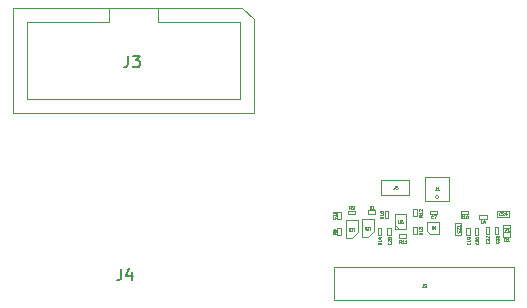
<source format=gbr>
%TF.GenerationSoftware,KiCad,Pcbnew,7.0.6*%
%TF.CreationDate,2023-09-10T10:28:08-04:00*%
%TF.ProjectId,headstage-neuropix1e,68656164-7374-4616-9765-2d6e6575726f,B*%
%TF.SameCoordinates,Original*%
%TF.FileFunction,AssemblyDrawing,Top*%
%FSLAX46Y46*%
G04 Gerber Fmt 4.6, Leading zero omitted, Abs format (unit mm)*
G04 Created by KiCad (PCBNEW 7.0.6) date 2023-09-10 10:28:08*
%MOMM*%
%LPD*%
G01*
G04 APERTURE LIST*
%ADD10C,0.040000*%
%ADD11C,0.150000*%
%ADD12C,0.100000*%
G04 APERTURE END LIST*
D10*
X142516667Y-96688574D02*
X142516667Y-96867146D01*
X142516667Y-96867146D02*
X142504762Y-96902860D01*
X142504762Y-96902860D02*
X142480953Y-96926670D01*
X142480953Y-96926670D02*
X142445238Y-96938574D01*
X142445238Y-96938574D02*
X142421429Y-96938574D01*
X142623810Y-96712384D02*
X142635714Y-96700479D01*
X142635714Y-96700479D02*
X142659524Y-96688574D01*
X142659524Y-96688574D02*
X142719048Y-96688574D01*
X142719048Y-96688574D02*
X142742857Y-96700479D01*
X142742857Y-96700479D02*
X142754762Y-96712384D01*
X142754762Y-96712384D02*
X142766667Y-96736193D01*
X142766667Y-96736193D02*
X142766667Y-96760003D01*
X142766667Y-96760003D02*
X142754762Y-96795717D01*
X142754762Y-96795717D02*
X142611905Y-96938574D01*
X142611905Y-96938574D02*
X142766667Y-96938574D01*
D11*
X116956666Y-95354819D02*
X116956666Y-96069104D01*
X116956666Y-96069104D02*
X116909047Y-96211961D01*
X116909047Y-96211961D02*
X116813809Y-96307200D01*
X116813809Y-96307200D02*
X116670952Y-96354819D01*
X116670952Y-96354819D02*
X116575714Y-96354819D01*
X117861428Y-95688152D02*
X117861428Y-96354819D01*
X117623333Y-95307200D02*
X117385238Y-96021485D01*
X117385238Y-96021485D02*
X118004285Y-96021485D01*
D10*
X138138333Y-90273574D02*
X138055000Y-90154527D01*
X137995476Y-90273574D02*
X137995476Y-90023574D01*
X137995476Y-90023574D02*
X138090714Y-90023574D01*
X138090714Y-90023574D02*
X138114524Y-90035479D01*
X138114524Y-90035479D02*
X138126429Y-90047384D01*
X138126429Y-90047384D02*
X138138333Y-90071193D01*
X138138333Y-90071193D02*
X138138333Y-90106908D01*
X138138333Y-90106908D02*
X138126429Y-90130717D01*
X138126429Y-90130717D02*
X138114524Y-90142622D01*
X138114524Y-90142622D02*
X138090714Y-90154527D01*
X138090714Y-90154527D02*
X137995476Y-90154527D01*
X138376429Y-90273574D02*
X138233572Y-90273574D01*
X138305000Y-90273574D02*
X138305000Y-90023574D01*
X138305000Y-90023574D02*
X138281191Y-90059289D01*
X138281191Y-90059289D02*
X138257381Y-90083098D01*
X138257381Y-90083098D02*
X138233572Y-90095003D01*
X146489765Y-93160714D02*
X146501670Y-93172618D01*
X146501670Y-93172618D02*
X146513574Y-93208333D01*
X146513574Y-93208333D02*
X146513574Y-93232142D01*
X146513574Y-93232142D02*
X146501670Y-93267856D01*
X146501670Y-93267856D02*
X146477860Y-93291666D01*
X146477860Y-93291666D02*
X146454050Y-93303571D01*
X146454050Y-93303571D02*
X146406431Y-93315475D01*
X146406431Y-93315475D02*
X146370717Y-93315475D01*
X146370717Y-93315475D02*
X146323098Y-93303571D01*
X146323098Y-93303571D02*
X146299289Y-93291666D01*
X146299289Y-93291666D02*
X146275479Y-93267856D01*
X146275479Y-93267856D02*
X146263574Y-93232142D01*
X146263574Y-93232142D02*
X146263574Y-93208333D01*
X146263574Y-93208333D02*
X146275479Y-93172618D01*
X146275479Y-93172618D02*
X146287384Y-93160714D01*
X146513574Y-92922618D02*
X146513574Y-93065475D01*
X146513574Y-92994047D02*
X146263574Y-92994047D01*
X146263574Y-92994047D02*
X146299289Y-93017856D01*
X146299289Y-93017856D02*
X146323098Y-93041666D01*
X146323098Y-93041666D02*
X146335003Y-93065475D01*
X146513574Y-92803571D02*
X146513574Y-92755952D01*
X146513574Y-92755952D02*
X146501670Y-92732142D01*
X146501670Y-92732142D02*
X146489765Y-92720238D01*
X146489765Y-92720238D02*
X146454050Y-92696428D01*
X146454050Y-92696428D02*
X146406431Y-92684523D01*
X146406431Y-92684523D02*
X146311193Y-92684523D01*
X146311193Y-92684523D02*
X146287384Y-92696428D01*
X146287384Y-92696428D02*
X146275479Y-92708333D01*
X146275479Y-92708333D02*
X146263574Y-92732142D01*
X146263574Y-92732142D02*
X146263574Y-92779761D01*
X146263574Y-92779761D02*
X146275479Y-92803571D01*
X146275479Y-92803571D02*
X146287384Y-92815476D01*
X146287384Y-92815476D02*
X146311193Y-92827380D01*
X146311193Y-92827380D02*
X146370717Y-92827380D01*
X146370717Y-92827380D02*
X146394527Y-92815476D01*
X146394527Y-92815476D02*
X146406431Y-92803571D01*
X146406431Y-92803571D02*
X146418336Y-92779761D01*
X146418336Y-92779761D02*
X146418336Y-92732142D01*
X146418336Y-92732142D02*
X146406431Y-92708333D01*
X146406431Y-92708333D02*
X146394527Y-92696428D01*
X146394527Y-92696428D02*
X146370717Y-92684523D01*
X140111667Y-88363574D02*
X140111667Y-88542146D01*
X140111667Y-88542146D02*
X140099762Y-88577860D01*
X140099762Y-88577860D02*
X140075953Y-88601670D01*
X140075953Y-88601670D02*
X140040238Y-88613574D01*
X140040238Y-88613574D02*
X140016429Y-88613574D01*
X140349762Y-88363574D02*
X140230714Y-88363574D01*
X140230714Y-88363574D02*
X140218810Y-88482622D01*
X140218810Y-88482622D02*
X140230714Y-88470717D01*
X140230714Y-88470717D02*
X140254524Y-88458812D01*
X140254524Y-88458812D02*
X140314048Y-88458812D01*
X140314048Y-88458812D02*
X140337857Y-88470717D01*
X140337857Y-88470717D02*
X140349762Y-88482622D01*
X140349762Y-88482622D02*
X140361667Y-88506431D01*
X140361667Y-88506431D02*
X140361667Y-88565955D01*
X140361667Y-88565955D02*
X140349762Y-88589765D01*
X140349762Y-88589765D02*
X140337857Y-88601670D01*
X140337857Y-88601670D02*
X140314048Y-88613574D01*
X140314048Y-88613574D02*
X140254524Y-88613574D01*
X140254524Y-88613574D02*
X140230714Y-88601670D01*
X140230714Y-88601670D02*
X140218810Y-88589765D01*
X143611667Y-88463574D02*
X143611667Y-88642146D01*
X143611667Y-88642146D02*
X143599762Y-88677860D01*
X143599762Y-88677860D02*
X143575953Y-88701670D01*
X143575953Y-88701670D02*
X143540238Y-88713574D01*
X143540238Y-88713574D02*
X143516429Y-88713574D01*
X143861667Y-88713574D02*
X143718810Y-88713574D01*
X143790238Y-88713574D02*
X143790238Y-88463574D01*
X143790238Y-88463574D02*
X143766429Y-88499289D01*
X143766429Y-88499289D02*
X143742619Y-88523098D01*
X143742619Y-88523098D02*
X143718810Y-88535003D01*
X139143574Y-90950714D02*
X139024527Y-91034047D01*
X139143574Y-91093571D02*
X138893574Y-91093571D01*
X138893574Y-91093571D02*
X138893574Y-90998333D01*
X138893574Y-90998333D02*
X138905479Y-90974523D01*
X138905479Y-90974523D02*
X138917384Y-90962618D01*
X138917384Y-90962618D02*
X138941193Y-90950714D01*
X138941193Y-90950714D02*
X138976908Y-90950714D01*
X138976908Y-90950714D02*
X139000717Y-90962618D01*
X139000717Y-90962618D02*
X139012622Y-90974523D01*
X139012622Y-90974523D02*
X139024527Y-90998333D01*
X139024527Y-90998333D02*
X139024527Y-91093571D01*
X139143574Y-90712618D02*
X139143574Y-90855475D01*
X139143574Y-90784047D02*
X138893574Y-90784047D01*
X138893574Y-90784047D02*
X138929289Y-90807856D01*
X138929289Y-90807856D02*
X138953098Y-90831666D01*
X138953098Y-90831666D02*
X138965003Y-90855475D01*
X138893574Y-90486428D02*
X138893574Y-90605476D01*
X138893574Y-90605476D02*
X139012622Y-90617380D01*
X139012622Y-90617380D02*
X139000717Y-90605476D01*
X139000717Y-90605476D02*
X138988812Y-90581666D01*
X138988812Y-90581666D02*
X138988812Y-90522142D01*
X138988812Y-90522142D02*
X139000717Y-90498333D01*
X139000717Y-90498333D02*
X139012622Y-90486428D01*
X139012622Y-90486428D02*
X139036431Y-90474523D01*
X139036431Y-90474523D02*
X139095955Y-90474523D01*
X139095955Y-90474523D02*
X139119765Y-90486428D01*
X139119765Y-90486428D02*
X139131670Y-90498333D01*
X139131670Y-90498333D02*
X139143574Y-90522142D01*
X139143574Y-90522142D02*
X139143574Y-90581666D01*
X139143574Y-90581666D02*
X139131670Y-90605476D01*
X139131670Y-90605476D02*
X139119765Y-90617380D01*
X142413574Y-90810714D02*
X142294527Y-90894047D01*
X142413574Y-90953571D02*
X142163574Y-90953571D01*
X142163574Y-90953571D02*
X142163574Y-90858333D01*
X142163574Y-90858333D02*
X142175479Y-90834523D01*
X142175479Y-90834523D02*
X142187384Y-90822618D01*
X142187384Y-90822618D02*
X142211193Y-90810714D01*
X142211193Y-90810714D02*
X142246908Y-90810714D01*
X142246908Y-90810714D02*
X142270717Y-90822618D01*
X142270717Y-90822618D02*
X142282622Y-90834523D01*
X142282622Y-90834523D02*
X142294527Y-90858333D01*
X142294527Y-90858333D02*
X142294527Y-90953571D01*
X142413574Y-90572618D02*
X142413574Y-90715475D01*
X142413574Y-90644047D02*
X142163574Y-90644047D01*
X142163574Y-90644047D02*
X142199289Y-90667856D01*
X142199289Y-90667856D02*
X142223098Y-90691666D01*
X142223098Y-90691666D02*
X142235003Y-90715475D01*
X142187384Y-90477380D02*
X142175479Y-90465476D01*
X142175479Y-90465476D02*
X142163574Y-90441666D01*
X142163574Y-90441666D02*
X142163574Y-90382142D01*
X142163574Y-90382142D02*
X142175479Y-90358333D01*
X142175479Y-90358333D02*
X142187384Y-90346428D01*
X142187384Y-90346428D02*
X142211193Y-90334523D01*
X142211193Y-90334523D02*
X142235003Y-90334523D01*
X142235003Y-90334523D02*
X142270717Y-90346428D01*
X142270717Y-90346428D02*
X142413574Y-90489285D01*
X142413574Y-90489285D02*
X142413574Y-90334523D01*
X145589765Y-92160714D02*
X145601670Y-92172618D01*
X145601670Y-92172618D02*
X145613574Y-92208333D01*
X145613574Y-92208333D02*
X145613574Y-92232142D01*
X145613574Y-92232142D02*
X145601670Y-92267856D01*
X145601670Y-92267856D02*
X145577860Y-92291666D01*
X145577860Y-92291666D02*
X145554050Y-92303571D01*
X145554050Y-92303571D02*
X145506431Y-92315475D01*
X145506431Y-92315475D02*
X145470717Y-92315475D01*
X145470717Y-92315475D02*
X145423098Y-92303571D01*
X145423098Y-92303571D02*
X145399289Y-92291666D01*
X145399289Y-92291666D02*
X145375479Y-92267856D01*
X145375479Y-92267856D02*
X145363574Y-92232142D01*
X145363574Y-92232142D02*
X145363574Y-92208333D01*
X145363574Y-92208333D02*
X145375479Y-92172618D01*
X145375479Y-92172618D02*
X145387384Y-92160714D01*
X145387384Y-92065475D02*
X145375479Y-92053571D01*
X145375479Y-92053571D02*
X145363574Y-92029761D01*
X145363574Y-92029761D02*
X145363574Y-91970237D01*
X145363574Y-91970237D02*
X145375479Y-91946428D01*
X145375479Y-91946428D02*
X145387384Y-91934523D01*
X145387384Y-91934523D02*
X145411193Y-91922618D01*
X145411193Y-91922618D02*
X145435003Y-91922618D01*
X145435003Y-91922618D02*
X145470717Y-91934523D01*
X145470717Y-91934523D02*
X145613574Y-92077380D01*
X145613574Y-92077380D02*
X145613574Y-91922618D01*
X145613574Y-91684523D02*
X145613574Y-91827380D01*
X145613574Y-91755952D02*
X145363574Y-91755952D01*
X145363574Y-91755952D02*
X145399289Y-91779761D01*
X145399289Y-91779761D02*
X145423098Y-91803571D01*
X145423098Y-91803571D02*
X145435003Y-91827380D01*
X138030476Y-92056425D02*
X138030476Y-91854044D01*
X138030476Y-91854044D02*
X138018571Y-91830234D01*
X138018571Y-91830234D02*
X138006666Y-91818330D01*
X138006666Y-91818330D02*
X137982857Y-91806425D01*
X137982857Y-91806425D02*
X137935238Y-91806425D01*
X137935238Y-91806425D02*
X137911428Y-91818330D01*
X137911428Y-91818330D02*
X137899523Y-91830234D01*
X137899523Y-91830234D02*
X137887619Y-91854044D01*
X137887619Y-91854044D02*
X137887619Y-92056425D01*
X137780475Y-92032615D02*
X137768571Y-92044520D01*
X137768571Y-92044520D02*
X137744761Y-92056425D01*
X137744761Y-92056425D02*
X137685237Y-92056425D01*
X137685237Y-92056425D02*
X137661428Y-92044520D01*
X137661428Y-92044520D02*
X137649523Y-92032615D01*
X137649523Y-92032615D02*
X137637618Y-92008806D01*
X137637618Y-92008806D02*
X137637618Y-91984996D01*
X137637618Y-91984996D02*
X137649523Y-91949282D01*
X137649523Y-91949282D02*
X137792380Y-91806425D01*
X137792380Y-91806425D02*
X137637618Y-91806425D01*
X135089765Y-91005714D02*
X135101670Y-91017618D01*
X135101670Y-91017618D02*
X135113574Y-91053333D01*
X135113574Y-91053333D02*
X135113574Y-91077142D01*
X135113574Y-91077142D02*
X135101670Y-91112856D01*
X135101670Y-91112856D02*
X135077860Y-91136666D01*
X135077860Y-91136666D02*
X135054050Y-91148571D01*
X135054050Y-91148571D02*
X135006431Y-91160475D01*
X135006431Y-91160475D02*
X134970717Y-91160475D01*
X134970717Y-91160475D02*
X134923098Y-91148571D01*
X134923098Y-91148571D02*
X134899289Y-91136666D01*
X134899289Y-91136666D02*
X134875479Y-91112856D01*
X134875479Y-91112856D02*
X134863574Y-91077142D01*
X134863574Y-91077142D02*
X134863574Y-91053333D01*
X134863574Y-91053333D02*
X134875479Y-91017618D01*
X134875479Y-91017618D02*
X134887384Y-91005714D01*
X135113574Y-90767618D02*
X135113574Y-90910475D01*
X135113574Y-90839047D02*
X134863574Y-90839047D01*
X134863574Y-90839047D02*
X134899289Y-90862856D01*
X134899289Y-90862856D02*
X134923098Y-90886666D01*
X134923098Y-90886666D02*
X134935003Y-90910475D01*
X134863574Y-90612857D02*
X134863574Y-90589047D01*
X134863574Y-90589047D02*
X134875479Y-90565238D01*
X134875479Y-90565238D02*
X134887384Y-90553333D01*
X134887384Y-90553333D02*
X134911193Y-90541428D01*
X134911193Y-90541428D02*
X134958812Y-90529523D01*
X134958812Y-90529523D02*
X135018336Y-90529523D01*
X135018336Y-90529523D02*
X135065955Y-90541428D01*
X135065955Y-90541428D02*
X135089765Y-90553333D01*
X135089765Y-90553333D02*
X135101670Y-90565238D01*
X135101670Y-90565238D02*
X135113574Y-90589047D01*
X135113574Y-90589047D02*
X135113574Y-90612857D01*
X135113574Y-90612857D02*
X135101670Y-90636666D01*
X135101670Y-90636666D02*
X135089765Y-90648571D01*
X135089765Y-90648571D02*
X135065955Y-90660476D01*
X135065955Y-90660476D02*
X135018336Y-90672380D01*
X135018336Y-90672380D02*
X134958812Y-90672380D01*
X134958812Y-90672380D02*
X134911193Y-90660476D01*
X134911193Y-90660476D02*
X134887384Y-90648571D01*
X134887384Y-90648571D02*
X134875479Y-90636666D01*
X134875479Y-90636666D02*
X134863574Y-90612857D01*
X140409523Y-91263574D02*
X140409523Y-91465955D01*
X140409523Y-91465955D02*
X140421428Y-91489765D01*
X140421428Y-91489765D02*
X140433333Y-91501670D01*
X140433333Y-91501670D02*
X140457142Y-91513574D01*
X140457142Y-91513574D02*
X140504761Y-91513574D01*
X140504761Y-91513574D02*
X140528571Y-91501670D01*
X140528571Y-91501670D02*
X140540476Y-91489765D01*
X140540476Y-91489765D02*
X140552380Y-91465955D01*
X140552380Y-91465955D02*
X140552380Y-91263574D01*
X140778571Y-91263574D02*
X140730952Y-91263574D01*
X140730952Y-91263574D02*
X140707143Y-91275479D01*
X140707143Y-91275479D02*
X140695238Y-91287384D01*
X140695238Y-91287384D02*
X140671428Y-91323098D01*
X140671428Y-91323098D02*
X140659524Y-91370717D01*
X140659524Y-91370717D02*
X140659524Y-91465955D01*
X140659524Y-91465955D02*
X140671428Y-91489765D01*
X140671428Y-91489765D02*
X140683333Y-91501670D01*
X140683333Y-91501670D02*
X140707143Y-91513574D01*
X140707143Y-91513574D02*
X140754762Y-91513574D01*
X140754762Y-91513574D02*
X140778571Y-91501670D01*
X140778571Y-91501670D02*
X140790476Y-91489765D01*
X140790476Y-91489765D02*
X140802381Y-91465955D01*
X140802381Y-91465955D02*
X140802381Y-91406431D01*
X140802381Y-91406431D02*
X140790476Y-91382622D01*
X140790476Y-91382622D02*
X140778571Y-91370717D01*
X140778571Y-91370717D02*
X140754762Y-91358812D01*
X140754762Y-91358812D02*
X140707143Y-91358812D01*
X140707143Y-91358812D02*
X140683333Y-91370717D01*
X140683333Y-91370717D02*
X140671428Y-91382622D01*
X140671428Y-91382622D02*
X140659524Y-91406431D01*
X143247619Y-91790443D02*
X143247619Y-91952348D01*
X143247619Y-91952348D02*
X143257142Y-91971396D01*
X143257142Y-91971396D02*
X143266666Y-91980920D01*
X143266666Y-91980920D02*
X143285714Y-91990443D01*
X143285714Y-91990443D02*
X143323809Y-91990443D01*
X143323809Y-91990443D02*
X143342857Y-91980920D01*
X143342857Y-91980920D02*
X143352380Y-91971396D01*
X143352380Y-91971396D02*
X143361904Y-91952348D01*
X143361904Y-91952348D02*
X143361904Y-91790443D01*
X143542857Y-91857110D02*
X143542857Y-91990443D01*
X143495238Y-91780920D02*
X143447619Y-91923777D01*
X143447619Y-91923777D02*
X143571428Y-91923777D01*
X148889765Y-93060714D02*
X148901670Y-93072618D01*
X148901670Y-93072618D02*
X148913574Y-93108333D01*
X148913574Y-93108333D02*
X148913574Y-93132142D01*
X148913574Y-93132142D02*
X148901670Y-93167856D01*
X148901670Y-93167856D02*
X148877860Y-93191666D01*
X148877860Y-93191666D02*
X148854050Y-93203571D01*
X148854050Y-93203571D02*
X148806431Y-93215475D01*
X148806431Y-93215475D02*
X148770717Y-93215475D01*
X148770717Y-93215475D02*
X148723098Y-93203571D01*
X148723098Y-93203571D02*
X148699289Y-93191666D01*
X148699289Y-93191666D02*
X148675479Y-93167856D01*
X148675479Y-93167856D02*
X148663574Y-93132142D01*
X148663574Y-93132142D02*
X148663574Y-93108333D01*
X148663574Y-93108333D02*
X148675479Y-93072618D01*
X148675479Y-93072618D02*
X148687384Y-93060714D01*
X148687384Y-92965475D02*
X148675479Y-92953571D01*
X148675479Y-92953571D02*
X148663574Y-92929761D01*
X148663574Y-92929761D02*
X148663574Y-92870237D01*
X148663574Y-92870237D02*
X148675479Y-92846428D01*
X148675479Y-92846428D02*
X148687384Y-92834523D01*
X148687384Y-92834523D02*
X148711193Y-92822618D01*
X148711193Y-92822618D02*
X148735003Y-92822618D01*
X148735003Y-92822618D02*
X148770717Y-92834523D01*
X148770717Y-92834523D02*
X148913574Y-92977380D01*
X148913574Y-92977380D02*
X148913574Y-92822618D01*
X148663574Y-92739285D02*
X148663574Y-92584523D01*
X148663574Y-92584523D02*
X148758812Y-92667857D01*
X148758812Y-92667857D02*
X148758812Y-92632142D01*
X148758812Y-92632142D02*
X148770717Y-92608333D01*
X148770717Y-92608333D02*
X148782622Y-92596428D01*
X148782622Y-92596428D02*
X148806431Y-92584523D01*
X148806431Y-92584523D02*
X148865955Y-92584523D01*
X148865955Y-92584523D02*
X148889765Y-92596428D01*
X148889765Y-92596428D02*
X148901670Y-92608333D01*
X148901670Y-92608333D02*
X148913574Y-92632142D01*
X148913574Y-92632142D02*
X148913574Y-92703571D01*
X148913574Y-92703571D02*
X148901670Y-92727380D01*
X148901670Y-92727380D02*
X148889765Y-92739285D01*
X135113574Y-92286666D02*
X134994527Y-92369999D01*
X135113574Y-92429523D02*
X134863574Y-92429523D01*
X134863574Y-92429523D02*
X134863574Y-92334285D01*
X134863574Y-92334285D02*
X134875479Y-92310475D01*
X134875479Y-92310475D02*
X134887384Y-92298570D01*
X134887384Y-92298570D02*
X134911193Y-92286666D01*
X134911193Y-92286666D02*
X134946908Y-92286666D01*
X134946908Y-92286666D02*
X134970717Y-92298570D01*
X134970717Y-92298570D02*
X134982622Y-92310475D01*
X134982622Y-92310475D02*
X134994527Y-92334285D01*
X134994527Y-92334285D02*
X134994527Y-92429523D01*
X134863574Y-92060475D02*
X134863574Y-92179523D01*
X134863574Y-92179523D02*
X134982622Y-92191427D01*
X134982622Y-92191427D02*
X134970717Y-92179523D01*
X134970717Y-92179523D02*
X134958812Y-92155713D01*
X134958812Y-92155713D02*
X134958812Y-92096189D01*
X134958812Y-92096189D02*
X134970717Y-92072380D01*
X134970717Y-92072380D02*
X134982622Y-92060475D01*
X134982622Y-92060475D02*
X135006431Y-92048570D01*
X135006431Y-92048570D02*
X135065955Y-92048570D01*
X135065955Y-92048570D02*
X135089765Y-92060475D01*
X135089765Y-92060475D02*
X135101670Y-92072380D01*
X135101670Y-92072380D02*
X135113574Y-92096189D01*
X135113574Y-92096189D02*
X135113574Y-92155713D01*
X135113574Y-92155713D02*
X135101670Y-92179523D01*
X135101670Y-92179523D02*
X135089765Y-92191427D01*
X147189765Y-93160714D02*
X147201670Y-93172618D01*
X147201670Y-93172618D02*
X147213574Y-93208333D01*
X147213574Y-93208333D02*
X147213574Y-93232142D01*
X147213574Y-93232142D02*
X147201670Y-93267856D01*
X147201670Y-93267856D02*
X147177860Y-93291666D01*
X147177860Y-93291666D02*
X147154050Y-93303571D01*
X147154050Y-93303571D02*
X147106431Y-93315475D01*
X147106431Y-93315475D02*
X147070717Y-93315475D01*
X147070717Y-93315475D02*
X147023098Y-93303571D01*
X147023098Y-93303571D02*
X146999289Y-93291666D01*
X146999289Y-93291666D02*
X146975479Y-93267856D01*
X146975479Y-93267856D02*
X146963574Y-93232142D01*
X146963574Y-93232142D02*
X146963574Y-93208333D01*
X146963574Y-93208333D02*
X146975479Y-93172618D01*
X146975479Y-93172618D02*
X146987384Y-93160714D01*
X146987384Y-93065475D02*
X146975479Y-93053571D01*
X146975479Y-93053571D02*
X146963574Y-93029761D01*
X146963574Y-93029761D02*
X146963574Y-92970237D01*
X146963574Y-92970237D02*
X146975479Y-92946428D01*
X146975479Y-92946428D02*
X146987384Y-92934523D01*
X146987384Y-92934523D02*
X147011193Y-92922618D01*
X147011193Y-92922618D02*
X147035003Y-92922618D01*
X147035003Y-92922618D02*
X147070717Y-92934523D01*
X147070717Y-92934523D02*
X147213574Y-93077380D01*
X147213574Y-93077380D02*
X147213574Y-92922618D01*
X146963574Y-92767857D02*
X146963574Y-92744047D01*
X146963574Y-92744047D02*
X146975479Y-92720238D01*
X146975479Y-92720238D02*
X146987384Y-92708333D01*
X146987384Y-92708333D02*
X147011193Y-92696428D01*
X147011193Y-92696428D02*
X147058812Y-92684523D01*
X147058812Y-92684523D02*
X147118336Y-92684523D01*
X147118336Y-92684523D02*
X147165955Y-92696428D01*
X147165955Y-92696428D02*
X147189765Y-92708333D01*
X147189765Y-92708333D02*
X147201670Y-92720238D01*
X147201670Y-92720238D02*
X147213574Y-92744047D01*
X147213574Y-92744047D02*
X147213574Y-92767857D01*
X147213574Y-92767857D02*
X147201670Y-92791666D01*
X147201670Y-92791666D02*
X147189765Y-92803571D01*
X147189765Y-92803571D02*
X147165955Y-92815476D01*
X147165955Y-92815476D02*
X147118336Y-92827380D01*
X147118336Y-92827380D02*
X147058812Y-92827380D01*
X147058812Y-92827380D02*
X147011193Y-92815476D01*
X147011193Y-92815476D02*
X146987384Y-92803571D01*
X146987384Y-92803571D02*
X146975479Y-92791666D01*
X146975479Y-92791666D02*
X146963574Y-92767857D01*
X140639285Y-93213574D02*
X140555952Y-93094527D01*
X140496428Y-93213574D02*
X140496428Y-92963574D01*
X140496428Y-92963574D02*
X140591666Y-92963574D01*
X140591666Y-92963574D02*
X140615476Y-92975479D01*
X140615476Y-92975479D02*
X140627381Y-92987384D01*
X140627381Y-92987384D02*
X140639285Y-93011193D01*
X140639285Y-93011193D02*
X140639285Y-93046908D01*
X140639285Y-93046908D02*
X140627381Y-93070717D01*
X140627381Y-93070717D02*
X140615476Y-93082622D01*
X140615476Y-93082622D02*
X140591666Y-93094527D01*
X140591666Y-93094527D02*
X140496428Y-93094527D01*
X140877381Y-93213574D02*
X140734524Y-93213574D01*
X140805952Y-93213574D02*
X140805952Y-92963574D01*
X140805952Y-92963574D02*
X140782143Y-92999289D01*
X140782143Y-92999289D02*
X140758333Y-93023098D01*
X140758333Y-93023098D02*
X140734524Y-93035003D01*
X141115476Y-93213574D02*
X140972619Y-93213574D01*
X141044047Y-93213574D02*
X141044047Y-92963574D01*
X141044047Y-92963574D02*
X141020238Y-92999289D01*
X141020238Y-92999289D02*
X140996428Y-93023098D01*
X140996428Y-93023098D02*
X140972619Y-93035003D01*
X139789765Y-93160714D02*
X139801670Y-93172618D01*
X139801670Y-93172618D02*
X139813574Y-93208333D01*
X139813574Y-93208333D02*
X139813574Y-93232142D01*
X139813574Y-93232142D02*
X139801670Y-93267856D01*
X139801670Y-93267856D02*
X139777860Y-93291666D01*
X139777860Y-93291666D02*
X139754050Y-93303571D01*
X139754050Y-93303571D02*
X139706431Y-93315475D01*
X139706431Y-93315475D02*
X139670717Y-93315475D01*
X139670717Y-93315475D02*
X139623098Y-93303571D01*
X139623098Y-93303571D02*
X139599289Y-93291666D01*
X139599289Y-93291666D02*
X139575479Y-93267856D01*
X139575479Y-93267856D02*
X139563574Y-93232142D01*
X139563574Y-93232142D02*
X139563574Y-93208333D01*
X139563574Y-93208333D02*
X139575479Y-93172618D01*
X139575479Y-93172618D02*
X139587384Y-93160714D01*
X139587384Y-93065475D02*
X139575479Y-93053571D01*
X139575479Y-93053571D02*
X139563574Y-93029761D01*
X139563574Y-93029761D02*
X139563574Y-92970237D01*
X139563574Y-92970237D02*
X139575479Y-92946428D01*
X139575479Y-92946428D02*
X139587384Y-92934523D01*
X139587384Y-92934523D02*
X139611193Y-92922618D01*
X139611193Y-92922618D02*
X139635003Y-92922618D01*
X139635003Y-92922618D02*
X139670717Y-92934523D01*
X139670717Y-92934523D02*
X139813574Y-93077380D01*
X139813574Y-93077380D02*
X139813574Y-92922618D01*
X139670717Y-92779761D02*
X139658812Y-92803571D01*
X139658812Y-92803571D02*
X139646908Y-92815476D01*
X139646908Y-92815476D02*
X139623098Y-92827380D01*
X139623098Y-92827380D02*
X139611193Y-92827380D01*
X139611193Y-92827380D02*
X139587384Y-92815476D01*
X139587384Y-92815476D02*
X139575479Y-92803571D01*
X139575479Y-92803571D02*
X139563574Y-92779761D01*
X139563574Y-92779761D02*
X139563574Y-92732142D01*
X139563574Y-92732142D02*
X139575479Y-92708333D01*
X139575479Y-92708333D02*
X139587384Y-92696428D01*
X139587384Y-92696428D02*
X139611193Y-92684523D01*
X139611193Y-92684523D02*
X139623098Y-92684523D01*
X139623098Y-92684523D02*
X139646908Y-92696428D01*
X139646908Y-92696428D02*
X139658812Y-92708333D01*
X139658812Y-92708333D02*
X139670717Y-92732142D01*
X139670717Y-92732142D02*
X139670717Y-92779761D01*
X139670717Y-92779761D02*
X139682622Y-92803571D01*
X139682622Y-92803571D02*
X139694527Y-92815476D01*
X139694527Y-92815476D02*
X139718336Y-92827380D01*
X139718336Y-92827380D02*
X139765955Y-92827380D01*
X139765955Y-92827380D02*
X139789765Y-92815476D01*
X139789765Y-92815476D02*
X139801670Y-92803571D01*
X139801670Y-92803571D02*
X139813574Y-92779761D01*
X139813574Y-92779761D02*
X139813574Y-92732142D01*
X139813574Y-92732142D02*
X139801670Y-92708333D01*
X139801670Y-92708333D02*
X139789765Y-92696428D01*
X139789765Y-92696428D02*
X139765955Y-92684523D01*
X139765955Y-92684523D02*
X139718336Y-92684523D01*
X139718336Y-92684523D02*
X139694527Y-92696428D01*
X139694527Y-92696428D02*
X139682622Y-92708333D01*
X139682622Y-92708333D02*
X139670717Y-92732142D01*
X138953574Y-93160714D02*
X138834527Y-93244047D01*
X138953574Y-93303571D02*
X138703574Y-93303571D01*
X138703574Y-93303571D02*
X138703574Y-93208333D01*
X138703574Y-93208333D02*
X138715479Y-93184523D01*
X138715479Y-93184523D02*
X138727384Y-93172618D01*
X138727384Y-93172618D02*
X138751193Y-93160714D01*
X138751193Y-93160714D02*
X138786908Y-93160714D01*
X138786908Y-93160714D02*
X138810717Y-93172618D01*
X138810717Y-93172618D02*
X138822622Y-93184523D01*
X138822622Y-93184523D02*
X138834527Y-93208333D01*
X138834527Y-93208333D02*
X138834527Y-93303571D01*
X138953574Y-92922618D02*
X138953574Y-93065475D01*
X138953574Y-92994047D02*
X138703574Y-92994047D01*
X138703574Y-92994047D02*
X138739289Y-93017856D01*
X138739289Y-93017856D02*
X138763098Y-93041666D01*
X138763098Y-93041666D02*
X138775003Y-93065475D01*
X138786908Y-92708333D02*
X138953574Y-92708333D01*
X138691670Y-92767857D02*
X138870241Y-92827380D01*
X138870241Y-92827380D02*
X138870241Y-92672619D01*
X136680476Y-92136425D02*
X136680476Y-91934044D01*
X136680476Y-91934044D02*
X136668571Y-91910234D01*
X136668571Y-91910234D02*
X136656666Y-91898330D01*
X136656666Y-91898330D02*
X136632857Y-91886425D01*
X136632857Y-91886425D02*
X136585238Y-91886425D01*
X136585238Y-91886425D02*
X136561428Y-91898330D01*
X136561428Y-91898330D02*
X136549523Y-91910234D01*
X136549523Y-91910234D02*
X136537619Y-91934044D01*
X136537619Y-91934044D02*
X136537619Y-92136425D01*
X136442380Y-92136425D02*
X136287618Y-92136425D01*
X136287618Y-92136425D02*
X136370952Y-92041187D01*
X136370952Y-92041187D02*
X136335237Y-92041187D01*
X136335237Y-92041187D02*
X136311428Y-92029282D01*
X136311428Y-92029282D02*
X136299523Y-92017377D01*
X136299523Y-92017377D02*
X136287618Y-91993568D01*
X136287618Y-91993568D02*
X136287618Y-91934044D01*
X136287618Y-91934044D02*
X136299523Y-91910234D01*
X136299523Y-91910234D02*
X136311428Y-91898330D01*
X136311428Y-91898330D02*
X136335237Y-91886425D01*
X136335237Y-91886425D02*
X136406666Y-91886425D01*
X136406666Y-91886425D02*
X136430475Y-91898330D01*
X136430475Y-91898330D02*
X136442380Y-91910234D01*
X147558333Y-91513574D02*
X147439285Y-91513574D01*
X147439285Y-91513574D02*
X147439285Y-91263574D01*
X147748809Y-91346908D02*
X147748809Y-91513574D01*
X147689285Y-91251670D02*
X147629762Y-91430241D01*
X147629762Y-91430241D02*
X147784523Y-91430241D01*
X148089765Y-93060714D02*
X148101670Y-93072618D01*
X148101670Y-93072618D02*
X148113574Y-93108333D01*
X148113574Y-93108333D02*
X148113574Y-93132142D01*
X148113574Y-93132142D02*
X148101670Y-93167856D01*
X148101670Y-93167856D02*
X148077860Y-93191666D01*
X148077860Y-93191666D02*
X148054050Y-93203571D01*
X148054050Y-93203571D02*
X148006431Y-93215475D01*
X148006431Y-93215475D02*
X147970717Y-93215475D01*
X147970717Y-93215475D02*
X147923098Y-93203571D01*
X147923098Y-93203571D02*
X147899289Y-93191666D01*
X147899289Y-93191666D02*
X147875479Y-93167856D01*
X147875479Y-93167856D02*
X147863574Y-93132142D01*
X147863574Y-93132142D02*
X147863574Y-93108333D01*
X147863574Y-93108333D02*
X147875479Y-93072618D01*
X147875479Y-93072618D02*
X147887384Y-93060714D01*
X147887384Y-92965475D02*
X147875479Y-92953571D01*
X147875479Y-92953571D02*
X147863574Y-92929761D01*
X147863574Y-92929761D02*
X147863574Y-92870237D01*
X147863574Y-92870237D02*
X147875479Y-92846428D01*
X147875479Y-92846428D02*
X147887384Y-92834523D01*
X147887384Y-92834523D02*
X147911193Y-92822618D01*
X147911193Y-92822618D02*
X147935003Y-92822618D01*
X147935003Y-92822618D02*
X147970717Y-92834523D01*
X147970717Y-92834523D02*
X148113574Y-92977380D01*
X148113574Y-92977380D02*
X148113574Y-92822618D01*
X147887384Y-92727380D02*
X147875479Y-92715476D01*
X147875479Y-92715476D02*
X147863574Y-92691666D01*
X147863574Y-92691666D02*
X147863574Y-92632142D01*
X147863574Y-92632142D02*
X147875479Y-92608333D01*
X147875479Y-92608333D02*
X147887384Y-92596428D01*
X147887384Y-92596428D02*
X147911193Y-92584523D01*
X147911193Y-92584523D02*
X147935003Y-92584523D01*
X147935003Y-92584523D02*
X147970717Y-92596428D01*
X147970717Y-92596428D02*
X148113574Y-92739285D01*
X148113574Y-92739285D02*
X148113574Y-92584523D01*
X143358333Y-91089765D02*
X143346429Y-91101670D01*
X143346429Y-91101670D02*
X143310714Y-91113574D01*
X143310714Y-91113574D02*
X143286905Y-91113574D01*
X143286905Y-91113574D02*
X143251191Y-91101670D01*
X143251191Y-91101670D02*
X143227381Y-91077860D01*
X143227381Y-91077860D02*
X143215476Y-91054050D01*
X143215476Y-91054050D02*
X143203572Y-91006431D01*
X143203572Y-91006431D02*
X143203572Y-90970717D01*
X143203572Y-90970717D02*
X143215476Y-90923098D01*
X143215476Y-90923098D02*
X143227381Y-90899289D01*
X143227381Y-90899289D02*
X143251191Y-90875479D01*
X143251191Y-90875479D02*
X143286905Y-90863574D01*
X143286905Y-90863574D02*
X143310714Y-90863574D01*
X143310714Y-90863574D02*
X143346429Y-90875479D01*
X143346429Y-90875479D02*
X143358333Y-90887384D01*
X143441667Y-90863574D02*
X143608333Y-90863574D01*
X143608333Y-90863574D02*
X143501191Y-91113574D01*
X149119285Y-90814765D02*
X149107381Y-90826670D01*
X149107381Y-90826670D02*
X149071666Y-90838574D01*
X149071666Y-90838574D02*
X149047857Y-90838574D01*
X149047857Y-90838574D02*
X149012143Y-90826670D01*
X149012143Y-90826670D02*
X148988333Y-90802860D01*
X148988333Y-90802860D02*
X148976428Y-90779050D01*
X148976428Y-90779050D02*
X148964524Y-90731431D01*
X148964524Y-90731431D02*
X148964524Y-90695717D01*
X148964524Y-90695717D02*
X148976428Y-90648098D01*
X148976428Y-90648098D02*
X148988333Y-90624289D01*
X148988333Y-90624289D02*
X149012143Y-90600479D01*
X149012143Y-90600479D02*
X149047857Y-90588574D01*
X149047857Y-90588574D02*
X149071666Y-90588574D01*
X149071666Y-90588574D02*
X149107381Y-90600479D01*
X149107381Y-90600479D02*
X149119285Y-90612384D01*
X149214524Y-90612384D02*
X149226428Y-90600479D01*
X149226428Y-90600479D02*
X149250238Y-90588574D01*
X149250238Y-90588574D02*
X149309762Y-90588574D01*
X149309762Y-90588574D02*
X149333571Y-90600479D01*
X149333571Y-90600479D02*
X149345476Y-90612384D01*
X149345476Y-90612384D02*
X149357381Y-90636193D01*
X149357381Y-90636193D02*
X149357381Y-90660003D01*
X149357381Y-90660003D02*
X149345476Y-90695717D01*
X149345476Y-90695717D02*
X149202619Y-90838574D01*
X149202619Y-90838574D02*
X149357381Y-90838574D01*
X149571666Y-90671908D02*
X149571666Y-90838574D01*
X149512142Y-90576670D02*
X149452619Y-90755241D01*
X149452619Y-90755241D02*
X149607380Y-90755241D01*
X145839285Y-91113574D02*
X145755952Y-90994527D01*
X145696428Y-91113574D02*
X145696428Y-90863574D01*
X145696428Y-90863574D02*
X145791666Y-90863574D01*
X145791666Y-90863574D02*
X145815476Y-90875479D01*
X145815476Y-90875479D02*
X145827381Y-90887384D01*
X145827381Y-90887384D02*
X145839285Y-90911193D01*
X145839285Y-90911193D02*
X145839285Y-90946908D01*
X145839285Y-90946908D02*
X145827381Y-90970717D01*
X145827381Y-90970717D02*
X145815476Y-90982622D01*
X145815476Y-90982622D02*
X145791666Y-90994527D01*
X145791666Y-90994527D02*
X145696428Y-90994527D01*
X146077381Y-91113574D02*
X145934524Y-91113574D01*
X146005952Y-91113574D02*
X146005952Y-90863574D01*
X146005952Y-90863574D02*
X145982143Y-90899289D01*
X145982143Y-90899289D02*
X145958333Y-90923098D01*
X145958333Y-90923098D02*
X145934524Y-90935003D01*
X146232142Y-90863574D02*
X146255952Y-90863574D01*
X146255952Y-90863574D02*
X146279761Y-90875479D01*
X146279761Y-90875479D02*
X146291666Y-90887384D01*
X146291666Y-90887384D02*
X146303571Y-90911193D01*
X146303571Y-90911193D02*
X146315476Y-90958812D01*
X146315476Y-90958812D02*
X146315476Y-91018336D01*
X146315476Y-91018336D02*
X146303571Y-91065955D01*
X146303571Y-91065955D02*
X146291666Y-91089765D01*
X146291666Y-91089765D02*
X146279761Y-91101670D01*
X146279761Y-91101670D02*
X146255952Y-91113574D01*
X146255952Y-91113574D02*
X146232142Y-91113574D01*
X146232142Y-91113574D02*
X146208333Y-91101670D01*
X146208333Y-91101670D02*
X146196428Y-91089765D01*
X146196428Y-91089765D02*
X146184523Y-91065955D01*
X146184523Y-91065955D02*
X146172619Y-91018336D01*
X146172619Y-91018336D02*
X146172619Y-90958812D01*
X146172619Y-90958812D02*
X146184523Y-90911193D01*
X146184523Y-90911193D02*
X146196428Y-90887384D01*
X146196428Y-90887384D02*
X146208333Y-90875479D01*
X146208333Y-90875479D02*
X146232142Y-90863574D01*
D11*
X117546666Y-77322319D02*
X117546666Y-78036604D01*
X117546666Y-78036604D02*
X117499047Y-78179461D01*
X117499047Y-78179461D02*
X117403809Y-78274700D01*
X117403809Y-78274700D02*
X117260952Y-78322319D01*
X117260952Y-78322319D02*
X117165714Y-78322319D01*
X117927619Y-77322319D02*
X118546666Y-77322319D01*
X118546666Y-77322319D02*
X118213333Y-77703271D01*
X118213333Y-77703271D02*
X118356190Y-77703271D01*
X118356190Y-77703271D02*
X118451428Y-77750890D01*
X118451428Y-77750890D02*
X118499047Y-77798509D01*
X118499047Y-77798509D02*
X118546666Y-77893747D01*
X118546666Y-77893747D02*
X118546666Y-78131842D01*
X118546666Y-78131842D02*
X118499047Y-78227080D01*
X118499047Y-78227080D02*
X118451428Y-78274700D01*
X118451428Y-78274700D02*
X118356190Y-78322319D01*
X118356190Y-78322319D02*
X118070476Y-78322319D01*
X118070476Y-78322319D02*
X117975238Y-78274700D01*
X117975238Y-78274700D02*
X117927619Y-78227080D01*
D10*
X142413574Y-92310714D02*
X142294527Y-92394047D01*
X142413574Y-92453571D02*
X142163574Y-92453571D01*
X142163574Y-92453571D02*
X142163574Y-92358333D01*
X142163574Y-92358333D02*
X142175479Y-92334523D01*
X142175479Y-92334523D02*
X142187384Y-92322618D01*
X142187384Y-92322618D02*
X142211193Y-92310714D01*
X142211193Y-92310714D02*
X142246908Y-92310714D01*
X142246908Y-92310714D02*
X142270717Y-92322618D01*
X142270717Y-92322618D02*
X142282622Y-92334523D01*
X142282622Y-92334523D02*
X142294527Y-92358333D01*
X142294527Y-92358333D02*
X142294527Y-92453571D01*
X142413574Y-92072618D02*
X142413574Y-92215475D01*
X142413574Y-92144047D02*
X142163574Y-92144047D01*
X142163574Y-92144047D02*
X142199289Y-92167856D01*
X142199289Y-92167856D02*
X142223098Y-92191666D01*
X142223098Y-92191666D02*
X142235003Y-92215475D01*
X142163574Y-91989285D02*
X142163574Y-91834523D01*
X142163574Y-91834523D02*
X142258812Y-91917857D01*
X142258812Y-91917857D02*
X142258812Y-91882142D01*
X142258812Y-91882142D02*
X142270717Y-91858333D01*
X142270717Y-91858333D02*
X142282622Y-91846428D01*
X142282622Y-91846428D02*
X142306431Y-91834523D01*
X142306431Y-91834523D02*
X142365955Y-91834523D01*
X142365955Y-91834523D02*
X142389765Y-91846428D01*
X142389765Y-91846428D02*
X142401670Y-91858333D01*
X142401670Y-91858333D02*
X142413574Y-91882142D01*
X142413574Y-91882142D02*
X142413574Y-91953571D01*
X142413574Y-91953571D02*
X142401670Y-91977380D01*
X142401670Y-91977380D02*
X142389765Y-91989285D01*
X136438333Y-90333574D02*
X136355000Y-90214527D01*
X136295476Y-90333574D02*
X136295476Y-90083574D01*
X136295476Y-90083574D02*
X136390714Y-90083574D01*
X136390714Y-90083574D02*
X136414524Y-90095479D01*
X136414524Y-90095479D02*
X136426429Y-90107384D01*
X136426429Y-90107384D02*
X136438333Y-90131193D01*
X136438333Y-90131193D02*
X136438333Y-90166908D01*
X136438333Y-90166908D02*
X136426429Y-90190717D01*
X136426429Y-90190717D02*
X136414524Y-90202622D01*
X136414524Y-90202622D02*
X136390714Y-90214527D01*
X136390714Y-90214527D02*
X136295476Y-90214527D01*
X136533572Y-90107384D02*
X136545476Y-90095479D01*
X136545476Y-90095479D02*
X136569286Y-90083574D01*
X136569286Y-90083574D02*
X136628810Y-90083574D01*
X136628810Y-90083574D02*
X136652619Y-90095479D01*
X136652619Y-90095479D02*
X136664524Y-90107384D01*
X136664524Y-90107384D02*
X136676429Y-90131193D01*
X136676429Y-90131193D02*
X136676429Y-90155003D01*
X136676429Y-90155003D02*
X136664524Y-90190717D01*
X136664524Y-90190717D02*
X136521667Y-90333574D01*
X136521667Y-90333574D02*
X136676429Y-90333574D01*
X149415476Y-93013574D02*
X149415476Y-92763574D01*
X149415476Y-92763574D02*
X149475000Y-92763574D01*
X149475000Y-92763574D02*
X149510714Y-92775479D01*
X149510714Y-92775479D02*
X149534524Y-92799289D01*
X149534524Y-92799289D02*
X149546429Y-92823098D01*
X149546429Y-92823098D02*
X149558333Y-92870717D01*
X149558333Y-92870717D02*
X149558333Y-92906431D01*
X149558333Y-92906431D02*
X149546429Y-92954050D01*
X149546429Y-92954050D02*
X149534524Y-92977860D01*
X149534524Y-92977860D02*
X149510714Y-93001670D01*
X149510714Y-93001670D02*
X149475000Y-93013574D01*
X149475000Y-93013574D02*
X149415476Y-93013574D01*
X149796429Y-93013574D02*
X149653572Y-93013574D01*
X149725000Y-93013574D02*
X149725000Y-92763574D01*
X149725000Y-92763574D02*
X149701191Y-92799289D01*
X149701191Y-92799289D02*
X149677381Y-92823098D01*
X149677381Y-92823098D02*
X149653572Y-92835003D01*
D12*
%TO.C,J2*%
X134950000Y-95250000D02*
X150250000Y-95250000D01*
X150250000Y-95250000D02*
X150250000Y-98025000D01*
X150250000Y-98025000D02*
X134950000Y-98025000D01*
X134950000Y-98025000D02*
X134950000Y-95250000D01*
%TO.C,R1*%
X137880000Y-90410000D02*
X138480000Y-90410000D01*
X137880000Y-90710000D02*
X137880000Y-90410000D01*
X138480000Y-90410000D02*
X138480000Y-90710000D01*
X138480000Y-90710000D02*
X137880000Y-90710000D01*
%TO.C,C19*%
X146500000Y-91900000D02*
X146500000Y-92500000D01*
X146200000Y-91900000D02*
X146500000Y-91900000D01*
X146500000Y-92500000D02*
X146200000Y-92500000D01*
X146200000Y-92500000D02*
X146200000Y-91900000D01*
%TO.C,J5*%
X139000000Y-87900000D02*
X141300000Y-87900000D01*
X141300000Y-87900000D02*
X141300000Y-89100000D01*
X141300000Y-89100000D02*
X139000000Y-89100000D01*
X139000000Y-89100000D02*
X139000000Y-87900000D01*
%TO.C,J1*%
X142700000Y-87600000D02*
X144700000Y-87600000D01*
X144700000Y-87600000D02*
X144700000Y-89600000D01*
X144700000Y-89600000D02*
X142700000Y-89600000D01*
X142700000Y-89600000D02*
X142700000Y-87600000D01*
X143841421Y-89300000D02*
G75*
G03*
X143841421Y-89300000I-141421J0D01*
G01*
%TO.C,R15*%
X139280000Y-91090000D02*
X139280000Y-90490000D01*
X139580000Y-91090000D02*
X139280000Y-91090000D01*
X139280000Y-90490000D02*
X139580000Y-90490000D01*
X139580000Y-90490000D02*
X139580000Y-91090000D01*
%TO.C,R12*%
X142000000Y-90350000D02*
X142000000Y-90950000D01*
X141700000Y-90350000D02*
X142000000Y-90350000D01*
X142000000Y-90950000D02*
X141700000Y-90950000D01*
X141700000Y-90950000D02*
X141700000Y-90350000D01*
%TO.C,C21*%
X145700000Y-91500000D02*
X145700000Y-92500000D01*
X145200000Y-91500000D02*
X145700000Y-91500000D01*
X145700000Y-92500000D02*
X145200000Y-92500000D01*
X145200000Y-92500000D02*
X145200000Y-91500000D01*
%TO.C,U2*%
X138340000Y-92170000D02*
X138340000Y-91170000D01*
X138340000Y-91170000D02*
X137340000Y-91170000D01*
X137840000Y-92670000D02*
X138340000Y-92170000D01*
X137340000Y-92670000D02*
X137840000Y-92670000D01*
X137340000Y-91170000D02*
X137340000Y-92670000D01*
%TO.C,C10*%
X135250000Y-91145000D02*
X135250000Y-90545000D01*
X135550000Y-91145000D02*
X135250000Y-91145000D01*
X135250000Y-90545000D02*
X135550000Y-90545000D01*
X135550000Y-90545000D02*
X135550000Y-91145000D01*
%TO.C,U6*%
X140150000Y-92050000D02*
X140150000Y-90750000D01*
X140500000Y-92050000D02*
X140150000Y-91700000D01*
X141050000Y-92050000D02*
X140150000Y-92050000D01*
X140150000Y-90750000D02*
X141050000Y-90750000D01*
X141050000Y-90750000D02*
X141050000Y-92050000D01*
%TO.C,U4*%
X143150000Y-92400000D02*
X142900000Y-92150000D01*
X143900000Y-92400000D02*
X143150000Y-92400000D01*
X142900000Y-92150000D02*
X142900000Y-91400000D01*
X142900000Y-91400000D02*
X143900000Y-91400000D01*
X143900000Y-91400000D02*
X143900000Y-92400000D01*
%TO.C,C23*%
X148900000Y-91850000D02*
X148900000Y-92450000D01*
X148600000Y-91850000D02*
X148900000Y-91850000D01*
X148900000Y-92450000D02*
X148600000Y-92450000D01*
X148600000Y-92450000D02*
X148600000Y-91850000D01*
%TO.C,R5*%
X135250000Y-92545000D02*
X135250000Y-91945000D01*
X135550000Y-92545000D02*
X135250000Y-92545000D01*
X135250000Y-91945000D02*
X135550000Y-91945000D01*
X135550000Y-91945000D02*
X135550000Y-92545000D01*
%TO.C,C20*%
X147200000Y-91900000D02*
X147200000Y-92500000D01*
X146900000Y-91900000D02*
X147200000Y-91900000D01*
X147200000Y-92500000D02*
X146900000Y-92500000D01*
X146900000Y-92500000D02*
X146900000Y-91900000D01*
%TO.C,R11*%
X141100000Y-92750000D02*
X140500000Y-92750000D01*
X141100000Y-92450000D02*
X141100000Y-92750000D01*
X140500000Y-92750000D02*
X140500000Y-92450000D01*
X140500000Y-92450000D02*
X141100000Y-92450000D01*
%TO.C,C28*%
X139500000Y-92550000D02*
X139500000Y-91950000D01*
X139800000Y-92550000D02*
X139500000Y-92550000D01*
X139500000Y-91950000D02*
X139800000Y-91950000D01*
X139800000Y-91950000D02*
X139800000Y-92550000D01*
%TO.C,R14*%
X138990000Y-91900000D02*
X138990000Y-92500000D01*
X138690000Y-91900000D02*
X138990000Y-91900000D01*
X138990000Y-92500000D02*
X138690000Y-92500000D01*
X138690000Y-92500000D02*
X138690000Y-91900000D01*
%TO.C,U3*%
X136990000Y-92250000D02*
X136990000Y-91250000D01*
X136990000Y-91250000D02*
X135990000Y-91250000D01*
X136490000Y-92750000D02*
X136990000Y-92250000D01*
X135990000Y-92750000D02*
X136490000Y-92750000D01*
X135990000Y-91250000D02*
X135990000Y-92750000D01*
%TO.C,L4*%
X147900000Y-91150000D02*
X147300000Y-91150000D01*
X147900000Y-90850000D02*
X147900000Y-91150000D01*
X147300000Y-91150000D02*
X147300000Y-90850000D01*
X147300000Y-90850000D02*
X147900000Y-90850000D01*
%TO.C,C22*%
X148150000Y-91850000D02*
X148150000Y-92450000D01*
X147850000Y-91850000D02*
X148150000Y-91850000D01*
X148150000Y-92450000D02*
X147850000Y-92450000D01*
X147850000Y-92450000D02*
X147850000Y-91850000D01*
%TO.C,C7*%
X143100000Y-90450000D02*
X143700000Y-90450000D01*
X143100000Y-90750000D02*
X143100000Y-90450000D01*
X143700000Y-90450000D02*
X143700000Y-90750000D01*
X143700000Y-90750000D02*
X143100000Y-90750000D01*
%TO.C,C24*%
X148780000Y-90475000D02*
X149780000Y-90475000D01*
X148780000Y-90975000D02*
X148780000Y-90475000D01*
X149780000Y-90475000D02*
X149780000Y-90975000D01*
X149780000Y-90975000D02*
X148780000Y-90975000D01*
%TO.C,R10*%
X146300000Y-90750000D02*
X145700000Y-90750000D01*
X146300000Y-90450000D02*
X146300000Y-90750000D01*
X145700000Y-90750000D02*
X145700000Y-90450000D01*
X145700000Y-90450000D02*
X146300000Y-90450000D01*
%TO.C,J3*%
X127180000Y-73267500D02*
X128180000Y-74267500D01*
X120050000Y-73267500D02*
X120050000Y-74467500D01*
X107820000Y-73267500D02*
X127180000Y-73267500D01*
X128180000Y-74267500D02*
X128180000Y-82167500D01*
X126990000Y-74467500D02*
X126990000Y-80967500D01*
X120050000Y-74467500D02*
X126990000Y-74467500D01*
X115950000Y-74467500D02*
X115950000Y-73267500D01*
X115950000Y-74467500D02*
X115950000Y-74467500D01*
X109010000Y-74467500D02*
X115950000Y-74467500D01*
X126990000Y-80967500D02*
X109010000Y-80967500D01*
X109010000Y-80967500D02*
X109010000Y-74467500D01*
X128180000Y-82167500D02*
X107820000Y-82167500D01*
X107820000Y-82167500D02*
X107820000Y-73267500D01*
%TO.C,R13*%
X142000000Y-91850000D02*
X142000000Y-92450000D01*
X141700000Y-91850000D02*
X142000000Y-91850000D01*
X142000000Y-92450000D02*
X141700000Y-92450000D01*
X141700000Y-92450000D02*
X141700000Y-91850000D01*
%TO.C,R2*%
X136780000Y-90770000D02*
X136180000Y-90770000D01*
X136780000Y-90470000D02*
X136780000Y-90770000D01*
X136180000Y-90770000D02*
X136180000Y-90470000D01*
X136180000Y-90470000D02*
X136780000Y-90470000D01*
%TO.C,D1*%
X149800000Y-91950000D02*
X149400000Y-91950000D01*
X149600000Y-91950000D02*
X149800000Y-92300000D01*
X149800000Y-92300000D02*
X149400000Y-92300000D01*
X149400000Y-92300000D02*
X149600000Y-91950000D01*
X149300000Y-91650000D02*
X149900000Y-91650000D01*
X149900000Y-91650000D02*
X149900000Y-92650000D01*
X149900000Y-92650000D02*
X149300000Y-92650000D01*
X149300000Y-92650000D02*
X149300000Y-91650000D01*
%TD*%
M02*

</source>
